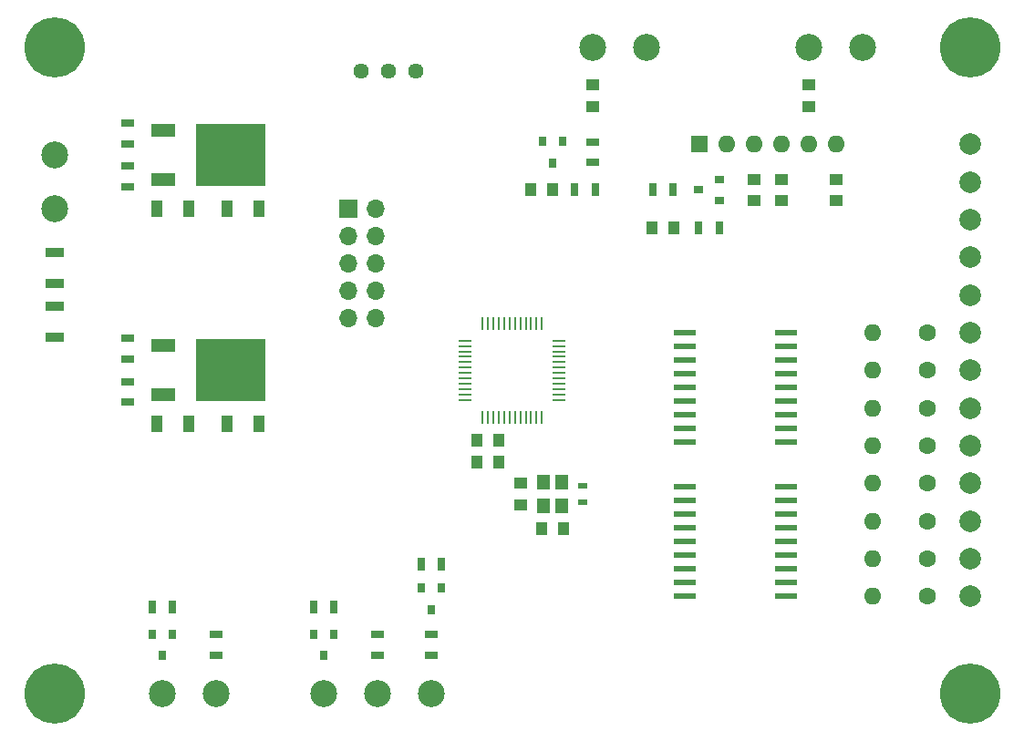
<source format=gts>
G04 #@! TF.GenerationSoftware,KiCad,Pcbnew,(5.1.7)-1*
G04 #@! TF.CreationDate,2022-09-30T21:09:14+02:00*
G04 #@! TF.ProjectId,Zaehler-Modul,5a616568-6c65-4722-9d4d-6f64756c2e6b,rev?*
G04 #@! TF.SameCoordinates,Original*
G04 #@! TF.FileFunction,Soldermask,Top*
G04 #@! TF.FilePolarity,Negative*
%FSLAX46Y46*%
G04 Gerber Fmt 4.6, Leading zero omitted, Abs format (unit mm)*
G04 Created by KiCad (PCBNEW (5.1.7)-1) date 2022-09-30 21:09:14*
%MOMM*%
%LPD*%
G01*
G04 APERTURE LIST*
%ADD10C,1.600000*%
%ADD11O,1.600000X1.600000*%
%ADD12R,1.700000X0.900000*%
%ADD13R,0.900000X0.500000*%
%ADD14R,1.000000X1.250000*%
%ADD15R,2.200000X1.200000*%
%ADD16R,6.400000X5.800000*%
%ADD17R,1.300000X0.700000*%
%ADD18R,1.000000X1.600000*%
%ADD19C,2.000000*%
%ADD20R,2.000000X0.600000*%
%ADD21C,2.500000*%
%ADD22C,5.600000*%
%ADD23R,1.200000X1.400000*%
%ADD24R,0.250000X1.300000*%
%ADD25R,1.300000X0.250000*%
%ADD26R,1.600000X1.600000*%
%ADD27C,1.440000*%
%ADD28R,0.700000X1.300000*%
%ADD29R,0.900000X0.800000*%
%ADD30R,0.800000X0.900000*%
%ADD31R,1.700000X1.700000*%
%ADD32O,1.700000X1.700000*%
%ADD33R,1.250000X1.000000*%
G04 APERTURE END LIST*
D10*
X165750000Y-132000000D03*
D11*
X160670000Y-132000000D03*
D10*
X165750000Y-128500000D03*
D11*
X160670000Y-128500000D03*
D10*
X165750000Y-125000000D03*
D11*
X160670000Y-125000000D03*
D10*
X165750000Y-121500000D03*
D11*
X160670000Y-121500000D03*
D10*
X165750000Y-118000000D03*
D11*
X160670000Y-118000000D03*
D10*
X165750000Y-114500000D03*
D11*
X160670000Y-114500000D03*
D10*
X165750000Y-111000000D03*
D11*
X160670000Y-111000000D03*
D10*
X165750000Y-107500000D03*
D11*
X160670000Y-107500000D03*
D12*
X84750000Y-105050000D03*
X84750000Y-107950000D03*
X84750000Y-100050000D03*
X84750000Y-102950000D03*
D13*
X133750000Y-121750000D03*
X133750000Y-123250000D03*
D14*
X140250000Y-97750000D03*
X142250000Y-97750000D03*
D15*
X94800000Y-108720000D03*
X94800000Y-113280000D03*
D16*
X101100000Y-111000000D03*
D15*
X94800000Y-88720000D03*
X94800000Y-93280000D03*
D16*
X101100000Y-91000000D03*
D17*
X91500000Y-89950000D03*
X91500000Y-88050000D03*
X91500000Y-93950000D03*
X91500000Y-92050000D03*
X91500000Y-109950000D03*
X91500000Y-108050000D03*
X91500000Y-113950000D03*
X91500000Y-112050000D03*
D18*
X103750000Y-96000000D03*
X100750000Y-96000000D03*
X103750000Y-116000000D03*
X100750000Y-116000000D03*
X94250000Y-96000000D03*
X97250000Y-96000000D03*
X94250000Y-116000000D03*
X97250000Y-116000000D03*
D19*
X169750000Y-132000000D03*
X169750000Y-128500000D03*
X169750000Y-125000000D03*
X169750000Y-121500000D03*
X169750000Y-118000000D03*
X169750000Y-114500000D03*
X169750000Y-111000000D03*
X169750000Y-107500000D03*
X169750000Y-104000000D03*
X169750000Y-100500000D03*
X169750000Y-97000000D03*
X169750000Y-93500000D03*
X169750000Y-90000000D03*
D20*
X143300000Y-121840000D03*
X143300000Y-123110000D03*
X143300000Y-124380000D03*
X143300000Y-125650000D03*
X143300000Y-126920000D03*
X143300000Y-128190000D03*
X143300000Y-129460000D03*
X143300000Y-130730000D03*
X143300000Y-132000000D03*
X152700000Y-132000000D03*
X152700000Y-130730000D03*
X152700000Y-129460000D03*
X152700000Y-128190000D03*
X152700000Y-126920000D03*
X152700000Y-125650000D03*
X152700000Y-124380000D03*
X152700000Y-123110000D03*
X152700000Y-121840000D03*
X143300000Y-107500000D03*
X143300000Y-108770000D03*
X143300000Y-110040000D03*
X143300000Y-111310000D03*
X143300000Y-112580000D03*
X143300000Y-113850000D03*
X143300000Y-115120000D03*
X143300000Y-116390000D03*
X143300000Y-117660000D03*
X152700000Y-117660000D03*
X152700000Y-116390000D03*
X152700000Y-115120000D03*
X152700000Y-113850000D03*
X152700000Y-112580000D03*
X152700000Y-111310000D03*
X152700000Y-110040000D03*
X152700000Y-108770000D03*
X152700000Y-107500000D03*
D21*
X109750000Y-141000000D03*
X94750000Y-141000000D03*
D22*
X169750000Y-81000000D03*
X169750000Y-141000000D03*
X84750000Y-141000000D03*
X84750000Y-81000000D03*
D21*
X84750000Y-91000000D03*
X84750000Y-96000000D03*
X139750000Y-81000000D03*
X134750000Y-81000000D03*
X154750000Y-81000000D03*
X159750000Y-81000000D03*
D23*
X130150000Y-121400000D03*
X130150000Y-123600000D03*
X131850000Y-123600000D03*
X131850000Y-121400000D03*
D24*
X124500000Y-115350000D03*
X125000000Y-115350000D03*
X125500000Y-115350000D03*
X126000000Y-115350000D03*
X126500000Y-115350000D03*
X127000000Y-115350000D03*
X127500000Y-115350000D03*
X128000000Y-115350000D03*
X128500000Y-115350000D03*
X129000000Y-115350000D03*
X129500000Y-115350000D03*
X130000000Y-115350000D03*
D25*
X131600000Y-113750000D03*
X131600000Y-113250000D03*
X131600000Y-112750000D03*
X131600000Y-112250000D03*
X131600000Y-111750000D03*
X131600000Y-111250000D03*
X131600000Y-110750000D03*
X131600000Y-110250000D03*
X131600000Y-109750000D03*
X131600000Y-109250000D03*
X131600000Y-108750000D03*
X131600000Y-108250000D03*
D24*
X130000000Y-106650000D03*
X129500000Y-106650000D03*
X129000000Y-106650000D03*
X128500000Y-106650000D03*
X128000000Y-106650000D03*
X127500000Y-106650000D03*
X127000000Y-106650000D03*
X126500000Y-106650000D03*
X126000000Y-106650000D03*
X125500000Y-106650000D03*
X125000000Y-106650000D03*
X124500000Y-106650000D03*
D25*
X122900000Y-108250000D03*
X122900000Y-108750000D03*
X122900000Y-109250000D03*
X122900000Y-109750000D03*
X122900000Y-110250000D03*
X122900000Y-110750000D03*
X122900000Y-111250000D03*
X122900000Y-111750000D03*
X122900000Y-112250000D03*
X122900000Y-112750000D03*
X122900000Y-113250000D03*
X122900000Y-113750000D03*
D11*
X157290000Y-90000000D03*
X154750000Y-90000000D03*
X152210000Y-90000000D03*
X149670000Y-90000000D03*
X147130000Y-90000000D03*
D26*
X144590000Y-90000000D03*
D27*
X113250000Y-83250000D03*
X115790000Y-83250000D03*
X118330000Y-83250000D03*
D28*
X142200000Y-94250000D03*
X140300000Y-94250000D03*
X133050000Y-94250000D03*
X134950000Y-94250000D03*
X146450000Y-97750000D03*
X144550000Y-97750000D03*
X95700000Y-133000000D03*
X93800000Y-133000000D03*
D29*
X144500000Y-94250000D03*
X146500000Y-93300000D03*
X146500000Y-95200000D03*
D30*
X131000000Y-91750000D03*
X130050000Y-89750000D03*
X131950000Y-89750000D03*
D31*
X112000000Y-96000000D03*
D32*
X114540000Y-96000000D03*
X112000000Y-98540000D03*
X114540000Y-98540000D03*
X112000000Y-101080000D03*
X114540000Y-101080000D03*
X112000000Y-103620000D03*
X114540000Y-103620000D03*
X112000000Y-106160000D03*
X114540000Y-106160000D03*
D14*
X126000000Y-117500000D03*
X124000000Y-117500000D03*
X124000000Y-119500000D03*
X126000000Y-119500000D03*
X131000000Y-94250000D03*
X129000000Y-94250000D03*
D33*
X149670000Y-93250000D03*
X149670000Y-95250000D03*
X134750000Y-84500000D03*
X134750000Y-86500000D03*
D14*
X132000000Y-125750000D03*
X130000000Y-125750000D03*
D33*
X152210000Y-95250000D03*
X152210000Y-93250000D03*
X128000000Y-121500000D03*
X128000000Y-123500000D03*
X157290000Y-95250000D03*
X157290000Y-93250000D03*
X154750000Y-84500000D03*
X154750000Y-86500000D03*
D17*
X134750000Y-89800000D03*
X134750000Y-91700000D03*
X99750000Y-135550000D03*
X99750000Y-137450000D03*
D30*
X94750000Y-137500000D03*
X93800000Y-135500000D03*
X95700000Y-135500000D03*
D21*
X99750000Y-141000000D03*
D28*
X110700000Y-133000000D03*
X108800000Y-133000000D03*
D17*
X114750000Y-135550000D03*
X114750000Y-137450000D03*
D30*
X110700000Y-135500000D03*
X108800000Y-135500000D03*
X109750000Y-137500000D03*
D21*
X114750000Y-141000000D03*
D17*
X119750000Y-137450000D03*
X119750000Y-135550000D03*
D28*
X120700000Y-129000000D03*
X118800000Y-129000000D03*
D30*
X120700000Y-131250000D03*
X118800000Y-131250000D03*
X119750000Y-133250000D03*
D21*
X119750000Y-141000000D03*
M02*

</source>
